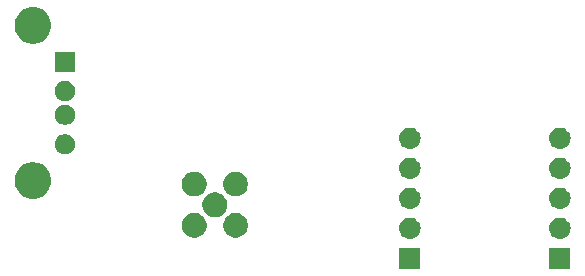
<source format=gbr>
G04 #@! TF.GenerationSoftware,KiCad,Pcbnew,5.1.4-5.1.4*
G04 #@! TF.CreationDate,2019-09-28T18:39:02+02:00*
G04 #@! TF.ProjectId,Multiboard,4d756c74-6962-46f6-9172-642e6b696361,rev?*
G04 #@! TF.SameCoordinates,Original*
G04 #@! TF.FileFunction,Soldermask,Bot*
G04 #@! TF.FilePolarity,Negative*
%FSLAX46Y46*%
G04 Gerber Fmt 4.6, Leading zero omitted, Abs format (unit mm)*
G04 Created by KiCad (PCBNEW 5.1.4-5.1.4) date 2019-09-28 18:39:02*
%MOMM*%
%LPD*%
G04 APERTURE LIST*
%ADD10C,0.100000*%
G04 APERTURE END LIST*
D10*
G36*
X163461000Y-115915999D02*
G01*
X161659000Y-115915999D01*
X161659000Y-114113999D01*
X163461000Y-114113999D01*
X163461000Y-115915999D01*
X163461000Y-115915999D01*
G37*
G36*
X150761000Y-115915999D02*
G01*
X148959000Y-115915999D01*
X148959000Y-114113999D01*
X150761000Y-114113999D01*
X150761000Y-115915999D01*
X150761000Y-115915999D01*
G37*
G36*
X162670443Y-111580518D02*
G01*
X162736627Y-111587036D01*
X162906466Y-111638556D01*
X163062991Y-111722221D01*
X163087295Y-111742167D01*
X163200186Y-111834813D01*
X163281122Y-111933435D01*
X163312778Y-111972008D01*
X163396443Y-112128533D01*
X163447963Y-112298372D01*
X163465359Y-112474999D01*
X163447963Y-112651626D01*
X163396443Y-112821465D01*
X163312778Y-112977990D01*
X163283448Y-113013728D01*
X163200186Y-113115185D01*
X163098729Y-113198447D01*
X163062991Y-113227777D01*
X162906466Y-113311442D01*
X162736627Y-113362962D01*
X162670442Y-113369481D01*
X162604260Y-113375999D01*
X162515740Y-113375999D01*
X162449558Y-113369481D01*
X162383373Y-113362962D01*
X162213534Y-113311442D01*
X162057009Y-113227777D01*
X162021271Y-113198447D01*
X161919814Y-113115185D01*
X161836552Y-113013728D01*
X161807222Y-112977990D01*
X161723557Y-112821465D01*
X161672037Y-112651626D01*
X161654641Y-112474999D01*
X161672037Y-112298372D01*
X161723557Y-112128533D01*
X161807222Y-111972008D01*
X161838878Y-111933435D01*
X161919814Y-111834813D01*
X162032705Y-111742167D01*
X162057009Y-111722221D01*
X162213534Y-111638556D01*
X162383373Y-111587036D01*
X162449557Y-111580518D01*
X162515740Y-111573999D01*
X162604260Y-111573999D01*
X162670443Y-111580518D01*
X162670443Y-111580518D01*
G37*
G36*
X149970443Y-111580518D02*
G01*
X150036627Y-111587036D01*
X150206466Y-111638556D01*
X150362991Y-111722221D01*
X150387295Y-111742167D01*
X150500186Y-111834813D01*
X150581122Y-111933435D01*
X150612778Y-111972008D01*
X150696443Y-112128533D01*
X150747963Y-112298372D01*
X150765359Y-112474999D01*
X150747963Y-112651626D01*
X150696443Y-112821465D01*
X150612778Y-112977990D01*
X150583448Y-113013728D01*
X150500186Y-113115185D01*
X150398729Y-113198447D01*
X150362991Y-113227777D01*
X150206466Y-113311442D01*
X150036627Y-113362962D01*
X149970442Y-113369481D01*
X149904260Y-113375999D01*
X149815740Y-113375999D01*
X149749558Y-113369481D01*
X149683373Y-113362962D01*
X149513534Y-113311442D01*
X149357009Y-113227777D01*
X149321271Y-113198447D01*
X149219814Y-113115185D01*
X149136552Y-113013728D01*
X149107222Y-112977990D01*
X149023557Y-112821465D01*
X148972037Y-112651626D01*
X148954641Y-112474999D01*
X148972037Y-112298372D01*
X149023557Y-112128533D01*
X149107222Y-111972008D01*
X149138878Y-111933435D01*
X149219814Y-111834813D01*
X149332705Y-111742167D01*
X149357009Y-111722221D01*
X149513534Y-111638556D01*
X149683373Y-111587036D01*
X149749557Y-111580518D01*
X149815740Y-111573999D01*
X149904260Y-111573999D01*
X149970443Y-111580518D01*
X149970443Y-111580518D01*
G37*
G36*
X131906564Y-111229389D02*
G01*
X132092401Y-111306365D01*
X132097835Y-111308616D01*
X132266604Y-111421384D01*
X132269973Y-111423635D01*
X132416365Y-111570027D01*
X132531385Y-111742167D01*
X132610611Y-111933436D01*
X132651000Y-112136484D01*
X132651000Y-112343516D01*
X132610611Y-112546564D01*
X132567093Y-112651626D01*
X132531384Y-112737835D01*
X132416365Y-112909973D01*
X132269973Y-113056365D01*
X132097835Y-113171384D01*
X132097834Y-113171385D01*
X132097833Y-113171385D01*
X131906564Y-113250611D01*
X131703516Y-113291000D01*
X131496484Y-113291000D01*
X131293436Y-113250611D01*
X131102167Y-113171385D01*
X131102166Y-113171385D01*
X131102165Y-113171384D01*
X130930027Y-113056365D01*
X130783635Y-112909973D01*
X130668616Y-112737835D01*
X130632907Y-112651626D01*
X130589389Y-112546564D01*
X130549000Y-112343516D01*
X130549000Y-112136484D01*
X130589389Y-111933436D01*
X130668615Y-111742167D01*
X130783635Y-111570027D01*
X130930027Y-111423635D01*
X130933396Y-111421384D01*
X131102165Y-111308616D01*
X131107599Y-111306365D01*
X131293436Y-111229389D01*
X131496484Y-111189000D01*
X131703516Y-111189000D01*
X131906564Y-111229389D01*
X131906564Y-111229389D01*
G37*
G36*
X135406564Y-111229389D02*
G01*
X135592401Y-111306365D01*
X135597835Y-111308616D01*
X135766604Y-111421384D01*
X135769973Y-111423635D01*
X135916365Y-111570027D01*
X136031385Y-111742167D01*
X136110611Y-111933436D01*
X136151000Y-112136484D01*
X136151000Y-112343516D01*
X136110611Y-112546564D01*
X136067093Y-112651626D01*
X136031384Y-112737835D01*
X135916365Y-112909973D01*
X135769973Y-113056365D01*
X135597835Y-113171384D01*
X135597834Y-113171385D01*
X135597833Y-113171385D01*
X135406564Y-113250611D01*
X135203516Y-113291000D01*
X134996484Y-113291000D01*
X134793436Y-113250611D01*
X134602167Y-113171385D01*
X134602166Y-113171385D01*
X134602165Y-113171384D01*
X134430027Y-113056365D01*
X134283635Y-112909973D01*
X134168616Y-112737835D01*
X134132907Y-112651626D01*
X134089389Y-112546564D01*
X134049000Y-112343516D01*
X134049000Y-112136484D01*
X134089389Y-111933436D01*
X134168615Y-111742167D01*
X134283635Y-111570027D01*
X134430027Y-111423635D01*
X134433396Y-111421384D01*
X134602165Y-111308616D01*
X134607599Y-111306365D01*
X134793436Y-111229389D01*
X134996484Y-111189000D01*
X135203516Y-111189000D01*
X135406564Y-111229389D01*
X135406564Y-111229389D01*
G37*
G36*
X133656564Y-109479389D02*
G01*
X133842401Y-109556365D01*
X133847835Y-109558616D01*
X134019973Y-109673635D01*
X134166365Y-109820027D01*
X134280606Y-109991000D01*
X134281385Y-109992167D01*
X134360611Y-110183436D01*
X134401000Y-110386484D01*
X134401000Y-110593516D01*
X134360611Y-110796564D01*
X134281385Y-110987833D01*
X134281384Y-110987835D01*
X134166365Y-111159973D01*
X134019973Y-111306365D01*
X133847835Y-111421384D01*
X133847834Y-111421385D01*
X133847833Y-111421385D01*
X133656564Y-111500611D01*
X133453516Y-111541000D01*
X133246484Y-111541000D01*
X133043436Y-111500611D01*
X132852167Y-111421385D01*
X132852166Y-111421385D01*
X132852165Y-111421384D01*
X132680027Y-111306365D01*
X132533635Y-111159973D01*
X132418616Y-110987835D01*
X132418615Y-110987833D01*
X132339389Y-110796564D01*
X132299000Y-110593516D01*
X132299000Y-110386484D01*
X132339389Y-110183436D01*
X132418615Y-109992167D01*
X132419395Y-109991000D01*
X132533635Y-109820027D01*
X132680027Y-109673635D01*
X132852165Y-109558616D01*
X132857599Y-109556365D01*
X133043436Y-109479389D01*
X133246484Y-109439000D01*
X133453516Y-109439000D01*
X133656564Y-109479389D01*
X133656564Y-109479389D01*
G37*
G36*
X149970442Y-109040517D02*
G01*
X150036627Y-109047036D01*
X150206466Y-109098556D01*
X150362991Y-109182221D01*
X150398729Y-109211551D01*
X150500186Y-109294813D01*
X150583448Y-109396270D01*
X150612778Y-109432008D01*
X150696443Y-109588533D01*
X150747963Y-109758372D01*
X150765359Y-109934999D01*
X150747963Y-110111626D01*
X150696443Y-110281465D01*
X150612778Y-110437990D01*
X150583448Y-110473728D01*
X150500186Y-110575185D01*
X150398729Y-110658447D01*
X150362991Y-110687777D01*
X150206466Y-110771442D01*
X150036627Y-110822962D01*
X149970443Y-110829480D01*
X149904260Y-110835999D01*
X149815740Y-110835999D01*
X149749557Y-110829480D01*
X149683373Y-110822962D01*
X149513534Y-110771442D01*
X149357009Y-110687777D01*
X149321271Y-110658447D01*
X149219814Y-110575185D01*
X149136552Y-110473728D01*
X149107222Y-110437990D01*
X149023557Y-110281465D01*
X148972037Y-110111626D01*
X148954641Y-109934999D01*
X148972037Y-109758372D01*
X149023557Y-109588533D01*
X149107222Y-109432008D01*
X149136552Y-109396270D01*
X149219814Y-109294813D01*
X149321271Y-109211551D01*
X149357009Y-109182221D01*
X149513534Y-109098556D01*
X149683373Y-109047036D01*
X149749558Y-109040517D01*
X149815740Y-109033999D01*
X149904260Y-109033999D01*
X149970442Y-109040517D01*
X149970442Y-109040517D01*
G37*
G36*
X162670442Y-109040517D02*
G01*
X162736627Y-109047036D01*
X162906466Y-109098556D01*
X163062991Y-109182221D01*
X163098729Y-109211551D01*
X163200186Y-109294813D01*
X163283448Y-109396270D01*
X163312778Y-109432008D01*
X163396443Y-109588533D01*
X163447963Y-109758372D01*
X163465359Y-109934999D01*
X163447963Y-110111626D01*
X163396443Y-110281465D01*
X163312778Y-110437990D01*
X163283448Y-110473728D01*
X163200186Y-110575185D01*
X163098729Y-110658447D01*
X163062991Y-110687777D01*
X162906466Y-110771442D01*
X162736627Y-110822962D01*
X162670443Y-110829480D01*
X162604260Y-110835999D01*
X162515740Y-110835999D01*
X162449557Y-110829480D01*
X162383373Y-110822962D01*
X162213534Y-110771442D01*
X162057009Y-110687777D01*
X162021271Y-110658447D01*
X161919814Y-110575185D01*
X161836552Y-110473728D01*
X161807222Y-110437990D01*
X161723557Y-110281465D01*
X161672037Y-110111626D01*
X161654641Y-109934999D01*
X161672037Y-109758372D01*
X161723557Y-109588533D01*
X161807222Y-109432008D01*
X161836552Y-109396270D01*
X161919814Y-109294813D01*
X162021271Y-109211551D01*
X162057009Y-109182221D01*
X162213534Y-109098556D01*
X162383373Y-109047036D01*
X162449558Y-109040517D01*
X162515740Y-109033999D01*
X162604260Y-109033999D01*
X162670442Y-109040517D01*
X162670442Y-109040517D01*
G37*
G36*
X118242585Y-106918802D02*
G01*
X118392410Y-106948604D01*
X118674674Y-107065521D01*
X118928705Y-107235259D01*
X119144741Y-107451295D01*
X119314479Y-107705326D01*
X119404905Y-107923635D01*
X119431396Y-107987591D01*
X119491000Y-108287239D01*
X119491000Y-108592761D01*
X119461198Y-108742585D01*
X119431396Y-108892410D01*
X119314479Y-109174674D01*
X119144741Y-109428705D01*
X118928705Y-109644741D01*
X118674674Y-109814479D01*
X118392410Y-109931396D01*
X118374296Y-109934999D01*
X118092761Y-109991000D01*
X117787239Y-109991000D01*
X117505704Y-109934999D01*
X117487590Y-109931396D01*
X117205326Y-109814479D01*
X116951295Y-109644741D01*
X116735259Y-109428705D01*
X116565521Y-109174674D01*
X116448604Y-108892410D01*
X116418802Y-108742585D01*
X116389000Y-108592761D01*
X116389000Y-108287239D01*
X116448604Y-107987591D01*
X116475095Y-107923635D01*
X116565521Y-107705326D01*
X116735259Y-107451295D01*
X116951295Y-107235259D01*
X117205326Y-107065521D01*
X117487590Y-106948604D01*
X117637415Y-106918802D01*
X117787239Y-106889000D01*
X118092761Y-106889000D01*
X118242585Y-106918802D01*
X118242585Y-106918802D01*
G37*
G36*
X131906564Y-107729389D02*
G01*
X132097833Y-107808615D01*
X132097835Y-107808616D01*
X132269973Y-107923635D01*
X132416365Y-108070027D01*
X132468317Y-108147778D01*
X132531385Y-108242167D01*
X132610611Y-108433436D01*
X132651000Y-108636484D01*
X132651000Y-108843516D01*
X132610611Y-109046564D01*
X132554420Y-109182221D01*
X132531384Y-109237835D01*
X132416365Y-109409973D01*
X132269973Y-109556365D01*
X132097835Y-109671384D01*
X132097834Y-109671385D01*
X132097833Y-109671385D01*
X131906564Y-109750611D01*
X131703516Y-109791000D01*
X131496484Y-109791000D01*
X131293436Y-109750611D01*
X131102167Y-109671385D01*
X131102166Y-109671385D01*
X131102165Y-109671384D01*
X130930027Y-109556365D01*
X130783635Y-109409973D01*
X130668616Y-109237835D01*
X130645580Y-109182221D01*
X130589389Y-109046564D01*
X130549000Y-108843516D01*
X130549000Y-108636484D01*
X130589389Y-108433436D01*
X130668615Y-108242167D01*
X130731684Y-108147778D01*
X130783635Y-108070027D01*
X130930027Y-107923635D01*
X131102165Y-107808616D01*
X131102167Y-107808615D01*
X131293436Y-107729389D01*
X131496484Y-107689000D01*
X131703516Y-107689000D01*
X131906564Y-107729389D01*
X131906564Y-107729389D01*
G37*
G36*
X135406564Y-107729389D02*
G01*
X135597833Y-107808615D01*
X135597835Y-107808616D01*
X135769973Y-107923635D01*
X135916365Y-108070027D01*
X135968317Y-108147778D01*
X136031385Y-108242167D01*
X136110611Y-108433436D01*
X136151000Y-108636484D01*
X136151000Y-108843516D01*
X136110611Y-109046564D01*
X136054420Y-109182221D01*
X136031384Y-109237835D01*
X135916365Y-109409973D01*
X135769973Y-109556365D01*
X135597835Y-109671384D01*
X135597834Y-109671385D01*
X135597833Y-109671385D01*
X135406564Y-109750611D01*
X135203516Y-109791000D01*
X134996484Y-109791000D01*
X134793436Y-109750611D01*
X134602167Y-109671385D01*
X134602166Y-109671385D01*
X134602165Y-109671384D01*
X134430027Y-109556365D01*
X134283635Y-109409973D01*
X134168616Y-109237835D01*
X134145580Y-109182221D01*
X134089389Y-109046564D01*
X134049000Y-108843516D01*
X134049000Y-108636484D01*
X134089389Y-108433436D01*
X134168615Y-108242167D01*
X134231684Y-108147778D01*
X134283635Y-108070027D01*
X134430027Y-107923635D01*
X134602165Y-107808616D01*
X134602167Y-107808615D01*
X134793436Y-107729389D01*
X134996484Y-107689000D01*
X135203516Y-107689000D01*
X135406564Y-107729389D01*
X135406564Y-107729389D01*
G37*
G36*
X149970443Y-106500518D02*
G01*
X150036627Y-106507036D01*
X150206466Y-106558556D01*
X150362991Y-106642221D01*
X150398729Y-106671551D01*
X150500186Y-106754813D01*
X150583448Y-106856270D01*
X150612778Y-106892008D01*
X150696443Y-107048533D01*
X150747963Y-107218372D01*
X150765359Y-107394999D01*
X150747963Y-107571626D01*
X150696443Y-107741465D01*
X150612778Y-107897990D01*
X150583448Y-107933728D01*
X150500186Y-108035185D01*
X150398729Y-108118447D01*
X150362991Y-108147777D01*
X150206466Y-108231442D01*
X150036627Y-108282962D01*
X149970443Y-108289480D01*
X149904260Y-108295999D01*
X149815740Y-108295999D01*
X149749557Y-108289480D01*
X149683373Y-108282962D01*
X149513534Y-108231442D01*
X149357009Y-108147777D01*
X149321271Y-108118447D01*
X149219814Y-108035185D01*
X149136552Y-107933728D01*
X149107222Y-107897990D01*
X149023557Y-107741465D01*
X148972037Y-107571626D01*
X148954641Y-107394999D01*
X148972037Y-107218372D01*
X149023557Y-107048533D01*
X149107222Y-106892008D01*
X149136552Y-106856270D01*
X149219814Y-106754813D01*
X149321271Y-106671551D01*
X149357009Y-106642221D01*
X149513534Y-106558556D01*
X149683373Y-106507036D01*
X149749557Y-106500518D01*
X149815740Y-106493999D01*
X149904260Y-106493999D01*
X149970443Y-106500518D01*
X149970443Y-106500518D01*
G37*
G36*
X162670443Y-106500518D02*
G01*
X162736627Y-106507036D01*
X162906466Y-106558556D01*
X163062991Y-106642221D01*
X163098729Y-106671551D01*
X163200186Y-106754813D01*
X163283448Y-106856270D01*
X163312778Y-106892008D01*
X163396443Y-107048533D01*
X163447963Y-107218372D01*
X163465359Y-107394999D01*
X163447963Y-107571626D01*
X163396443Y-107741465D01*
X163312778Y-107897990D01*
X163283448Y-107933728D01*
X163200186Y-108035185D01*
X163098729Y-108118447D01*
X163062991Y-108147777D01*
X162906466Y-108231442D01*
X162736627Y-108282962D01*
X162670443Y-108289480D01*
X162604260Y-108295999D01*
X162515740Y-108295999D01*
X162449557Y-108289480D01*
X162383373Y-108282962D01*
X162213534Y-108231442D01*
X162057009Y-108147777D01*
X162021271Y-108118447D01*
X161919814Y-108035185D01*
X161836552Y-107933728D01*
X161807222Y-107897990D01*
X161723557Y-107741465D01*
X161672037Y-107571626D01*
X161654641Y-107394999D01*
X161672037Y-107218372D01*
X161723557Y-107048533D01*
X161807222Y-106892008D01*
X161836552Y-106856270D01*
X161919814Y-106754813D01*
X162021271Y-106671551D01*
X162057009Y-106642221D01*
X162213534Y-106558556D01*
X162383373Y-106507036D01*
X162449557Y-106500518D01*
X162515740Y-106493999D01*
X162604260Y-106493999D01*
X162670443Y-106500518D01*
X162670443Y-106500518D01*
G37*
G36*
X120898228Y-104551703D02*
G01*
X121053100Y-104615853D01*
X121192481Y-104708985D01*
X121311015Y-104827519D01*
X121404147Y-104966900D01*
X121468297Y-105121772D01*
X121501000Y-105286184D01*
X121501000Y-105453816D01*
X121468297Y-105618228D01*
X121404147Y-105773100D01*
X121311015Y-105912481D01*
X121192481Y-106031015D01*
X121053100Y-106124147D01*
X120898228Y-106188297D01*
X120733816Y-106221000D01*
X120566184Y-106221000D01*
X120401772Y-106188297D01*
X120246900Y-106124147D01*
X120107519Y-106031015D01*
X119988985Y-105912481D01*
X119895853Y-105773100D01*
X119831703Y-105618228D01*
X119799000Y-105453816D01*
X119799000Y-105286184D01*
X119831703Y-105121772D01*
X119895853Y-104966900D01*
X119988985Y-104827519D01*
X120107519Y-104708985D01*
X120246900Y-104615853D01*
X120401772Y-104551703D01*
X120566184Y-104519000D01*
X120733816Y-104519000D01*
X120898228Y-104551703D01*
X120898228Y-104551703D01*
G37*
G36*
X149970443Y-103960518D02*
G01*
X150036627Y-103967036D01*
X150206466Y-104018556D01*
X150362991Y-104102221D01*
X150398729Y-104131551D01*
X150500186Y-104214813D01*
X150583448Y-104316270D01*
X150612778Y-104352008D01*
X150696443Y-104508533D01*
X150747963Y-104678372D01*
X150765359Y-104854999D01*
X150747963Y-105031626D01*
X150696443Y-105201465D01*
X150612778Y-105357990D01*
X150583448Y-105393728D01*
X150500186Y-105495185D01*
X150398729Y-105578447D01*
X150362991Y-105607777D01*
X150206466Y-105691442D01*
X150036627Y-105742962D01*
X149970442Y-105749481D01*
X149904260Y-105755999D01*
X149815740Y-105755999D01*
X149749558Y-105749481D01*
X149683373Y-105742962D01*
X149513534Y-105691442D01*
X149357009Y-105607777D01*
X149321271Y-105578447D01*
X149219814Y-105495185D01*
X149136552Y-105393728D01*
X149107222Y-105357990D01*
X149023557Y-105201465D01*
X148972037Y-105031626D01*
X148954641Y-104854999D01*
X148972037Y-104678372D01*
X149023557Y-104508533D01*
X149107222Y-104352008D01*
X149136552Y-104316270D01*
X149219814Y-104214813D01*
X149321271Y-104131551D01*
X149357009Y-104102221D01*
X149513534Y-104018556D01*
X149683373Y-103967036D01*
X149749557Y-103960518D01*
X149815740Y-103953999D01*
X149904260Y-103953999D01*
X149970443Y-103960518D01*
X149970443Y-103960518D01*
G37*
G36*
X162670443Y-103960518D02*
G01*
X162736627Y-103967036D01*
X162906466Y-104018556D01*
X163062991Y-104102221D01*
X163098729Y-104131551D01*
X163200186Y-104214813D01*
X163283448Y-104316270D01*
X163312778Y-104352008D01*
X163396443Y-104508533D01*
X163447963Y-104678372D01*
X163465359Y-104854999D01*
X163447963Y-105031626D01*
X163396443Y-105201465D01*
X163312778Y-105357990D01*
X163283448Y-105393728D01*
X163200186Y-105495185D01*
X163098729Y-105578447D01*
X163062991Y-105607777D01*
X162906466Y-105691442D01*
X162736627Y-105742962D01*
X162670442Y-105749481D01*
X162604260Y-105755999D01*
X162515740Y-105755999D01*
X162449558Y-105749481D01*
X162383373Y-105742962D01*
X162213534Y-105691442D01*
X162057009Y-105607777D01*
X162021271Y-105578447D01*
X161919814Y-105495185D01*
X161836552Y-105393728D01*
X161807222Y-105357990D01*
X161723557Y-105201465D01*
X161672037Y-105031626D01*
X161654641Y-104854999D01*
X161672037Y-104678372D01*
X161723557Y-104508533D01*
X161807222Y-104352008D01*
X161836552Y-104316270D01*
X161919814Y-104214813D01*
X162021271Y-104131551D01*
X162057009Y-104102221D01*
X162213534Y-104018556D01*
X162383373Y-103967036D01*
X162449557Y-103960518D01*
X162515740Y-103953999D01*
X162604260Y-103953999D01*
X162670443Y-103960518D01*
X162670443Y-103960518D01*
G37*
G36*
X120898228Y-102051703D02*
G01*
X121053100Y-102115853D01*
X121192481Y-102208985D01*
X121311015Y-102327519D01*
X121404147Y-102466900D01*
X121468297Y-102621772D01*
X121501000Y-102786184D01*
X121501000Y-102953816D01*
X121468297Y-103118228D01*
X121404147Y-103273100D01*
X121311015Y-103412481D01*
X121192481Y-103531015D01*
X121053100Y-103624147D01*
X120898228Y-103688297D01*
X120733816Y-103721000D01*
X120566184Y-103721000D01*
X120401772Y-103688297D01*
X120246900Y-103624147D01*
X120107519Y-103531015D01*
X119988985Y-103412481D01*
X119895853Y-103273100D01*
X119831703Y-103118228D01*
X119799000Y-102953816D01*
X119799000Y-102786184D01*
X119831703Y-102621772D01*
X119895853Y-102466900D01*
X119988985Y-102327519D01*
X120107519Y-102208985D01*
X120246900Y-102115853D01*
X120401772Y-102051703D01*
X120566184Y-102019000D01*
X120733816Y-102019000D01*
X120898228Y-102051703D01*
X120898228Y-102051703D01*
G37*
G36*
X120898228Y-100051703D02*
G01*
X121053100Y-100115853D01*
X121192481Y-100208985D01*
X121311015Y-100327519D01*
X121404147Y-100466900D01*
X121468297Y-100621772D01*
X121501000Y-100786184D01*
X121501000Y-100953816D01*
X121468297Y-101118228D01*
X121404147Y-101273100D01*
X121311015Y-101412481D01*
X121192481Y-101531015D01*
X121053100Y-101624147D01*
X120898228Y-101688297D01*
X120733816Y-101721000D01*
X120566184Y-101721000D01*
X120401772Y-101688297D01*
X120246900Y-101624147D01*
X120107519Y-101531015D01*
X119988985Y-101412481D01*
X119895853Y-101273100D01*
X119831703Y-101118228D01*
X119799000Y-100953816D01*
X119799000Y-100786184D01*
X119831703Y-100621772D01*
X119895853Y-100466900D01*
X119988985Y-100327519D01*
X120107519Y-100208985D01*
X120246900Y-100115853D01*
X120401772Y-100051703D01*
X120566184Y-100019000D01*
X120733816Y-100019000D01*
X120898228Y-100051703D01*
X120898228Y-100051703D01*
G37*
G36*
X121501000Y-99221000D02*
G01*
X119799000Y-99221000D01*
X119799000Y-97519000D01*
X121501000Y-97519000D01*
X121501000Y-99221000D01*
X121501000Y-99221000D01*
G37*
G36*
X118242585Y-93778802D02*
G01*
X118392410Y-93808604D01*
X118674674Y-93925521D01*
X118928705Y-94095259D01*
X119144741Y-94311295D01*
X119314479Y-94565326D01*
X119431396Y-94847590D01*
X119491000Y-95147240D01*
X119491000Y-95452760D01*
X119431396Y-95752410D01*
X119314479Y-96034674D01*
X119144741Y-96288705D01*
X118928705Y-96504741D01*
X118674674Y-96674479D01*
X118392410Y-96791396D01*
X118242585Y-96821198D01*
X118092761Y-96851000D01*
X117787239Y-96851000D01*
X117637415Y-96821198D01*
X117487590Y-96791396D01*
X117205326Y-96674479D01*
X116951295Y-96504741D01*
X116735259Y-96288705D01*
X116565521Y-96034674D01*
X116448604Y-95752410D01*
X116389000Y-95452760D01*
X116389000Y-95147240D01*
X116448604Y-94847590D01*
X116565521Y-94565326D01*
X116735259Y-94311295D01*
X116951295Y-94095259D01*
X117205326Y-93925521D01*
X117487590Y-93808604D01*
X117637415Y-93778802D01*
X117787239Y-93749000D01*
X118092761Y-93749000D01*
X118242585Y-93778802D01*
X118242585Y-93778802D01*
G37*
M02*

</source>
